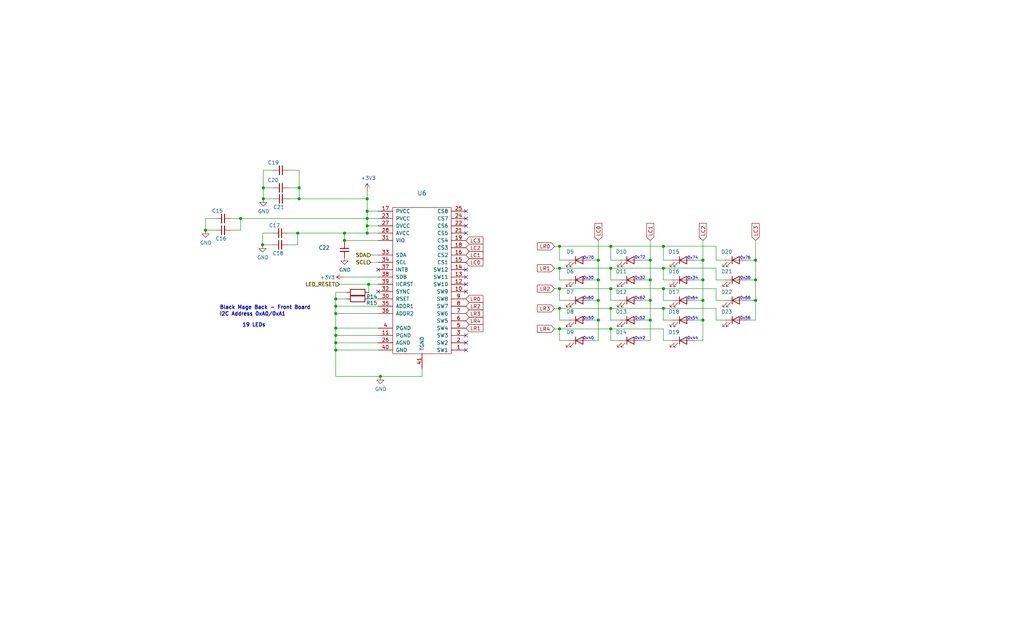
<source format=kicad_sch>
(kicad_sch (version 20211123) (generator eeschema)
  (paper "USLegal")
  (title_block (title "DC801 Badge - BM") (date "2022-09-11") (rev "1.1") (company "DC801") (comment 1 "codename purplewizard") (comment 4 "@hamster and the dc801 badge team"))
  (lib_symbols
    (symbol "Device:C_Small" (pin_numbers hide) (pin_names (offset 0.254) hide)
      (property "Reference" "C" (at 0.254 1.778 0))
      (property "Value" "C_Small" (at 0.254 -2.032 0))
      (symbol "C_Small_0_1"
        (polyline (pts (xy -1.524 -0.508) (xy 1.524 -0.508)) (stroke (width 0.3302)))
        (polyline (pts (xy -1.524 0.508) (xy 1.524 0.508)) (stroke (width 0.3048)))
      )
      (symbol "C_Small_1_1"
        (pin passive line (at 0 2.54 270) (length 2.032) (name "~") (number "1"))
        (pin passive line (at 0 -2.54 90) (length 2.032) (name "~") (number "2"))
      )
    )
    (symbol "Device:LED" (pin_numbers hide) (pin_names (offset 1.016) hide)
      (property "Reference" "D" (at 0 2.54 0))
      (property "Value" "LED" (at 0 -2.54 0))
      (symbol "LED_0_1"
        (polyline (pts (xy -1.27 -1.27) (xy -1.27 1.27)) (stroke (width 0.254)))
        (polyline (pts (xy -1.27 0) (xy 1.27 0)))
        (polyline (pts (xy 1.27 -1.27) (xy 1.27 1.27) (xy -1.27 0) (xy 1.27 -1.27)) (stroke (width 0.254)))
        (polyline (pts (xy -3.048 -0.762) (xy -4.572 -2.286) (xy -3.81 -2.286) (xy -4.572 -2.286) (xy -4.572 -1.524)))
        (polyline (pts (xy -1.778 -0.762) (xy -3.302 -2.286) (xy -2.54 -2.286) (xy -3.302 -2.286) (xy -3.302 -1.524)))
      )
      (symbol "LED_1_1"
        (pin passive line (at -3.81 0 0) (length 2.54) (name "K") (number "1"))
        (pin passive line (at 3.81 0 180) (length 2.54) (name "A") (number "2"))
      )
    )
    (symbol "Device:R" (pin_numbers hide) (pin_names (offset 0))
      (property "Reference" "R" (at 2.032 0 90))
      (property "Value" "R" (at 0 0 90))
      (symbol "R_0_1"
        (rectangle (start -1.016 -2.54) (end 1.016 2.54) (stroke (width 0.254)))
      )
      (symbol "R_1_1"
        (pin passive line (at 0 3.81 270) (length 1.27) (name "~") (number "1"))
        (pin passive line (at 0 -3.81 90) (length 1.27) (name "~") (number "2"))
      )
    )
    (symbol "is31fl3736:IS31FL3736" (pin_names (offset 1.016))
      (property "Reference" "U" (at -7.62 26.67 0))
      (property "Value" "IS31FL3736" (at 0 0 90))
      (symbol "IS31FL3736_0_1"
        (rectangle (start -10.16 25.4) (end 10.16 -25.4))
      )
      (symbol "IS31FL3736_1_1"
        (pin output line (at 15.24 -24.13 180) (length 5.08) (name "SW1") (number "1"))
        (pin output line (at 15.24 -3.81 180) (length 5.08) (name "SW9") (number "10"))
        (pin power_in line (at -15.24 -19.05 0) (length 5.08) (name "PGND") (number "11"))
        (pin output line (at 15.24 -1.27 180) (length 5.08) (name "SW10") (number "12"))
        (pin output line (at 15.24 1.27 180) (length 5.08) (name "SW11") (number "13"))
        (pin output line (at 15.24 3.81 180) (length 5.08) (name "SW12") (number "14"))
        (pin output line (at 15.24 6.35 180) (length 5.08) (name "CS1") (number "15"))
        (pin output line (at 15.24 8.89 180) (length 5.08) (name "CS2") (number "16"))
        (pin power_in line (at -15.24 24.13 0) (length 5.08) (name "PVCC") (number "17"))
        (pin output line (at 15.24 11.43 180) (length 5.08) (name "CS3") (number "18"))
        (pin output line (at 15.24 13.97 180) (length 5.08) (name "CS4") (number "19"))
        (pin output line (at 15.24 -21.59 180) (length 5.08) (name "SW2") (number "2"))
        (pin output line (at 15.24 16.51 180) (length 5.08) (name "CS5") (number "21"))
        (pin output line (at 15.24 19.05 180) (length 5.08) (name "CS6") (number "22"))
        (pin power_in line (at -15.24 21.59 0) (length 5.08) (name "PVCC") (number "23"))
        (pin output line (at 15.24 21.59 180) (length 5.08) (name "CS7") (number "24"))
        (pin output line (at 15.24 24.13 180) (length 5.08) (name "CS8") (number "25"))
        (pin power_in line (at -15.24 -21.59 0) (length 5.08) (name "AGND") (number "26"))
        (pin power_in line (at -15.24 19.05 0) (length 5.08) (name "DVCC") (number "27"))
        (pin power_in line (at -15.24 16.51 0) (length 5.08) (name "AVCC") (number "28"))
        (pin output line (at 15.24 -19.05 180) (length 5.08) (name "SW3") (number "3"))
        (pin input line (at -15.24 -6.35 0) (length 5.08) (name "RSET") (number "30"))
        (pin power_in line (at -15.24 13.97 0) (length 5.08) (name "VIO") (number "31"))
        (pin bidirectional line (at -15.24 -3.81 0) (length 5.08) (name "SYNC") (number "32"))
        (pin bidirectional line (at -15.24 8.89 0) (length 5.08) (name "SDA") (number "33"))
        (pin bidirectional line (at -15.24 6.35 0) (length 5.08) (name "SCL") (number "34"))
        (pin input line (at -15.24 -8.89 0) (length 5.08) (name "ADDR1") (number "35"))
        (pin input line (at -15.24 -11.43 0) (length 5.08) (name "ADDR2") (number "36"))
        (pin output line (at -15.24 3.81 0) (length 5.08) (name "INTB") (number "37"))
        (pin input line (at -15.24 1.27 0) (length 5.08) (name "SDB") (number "38"))
        (pin input line (at -15.24 -1.27 0) (length 5.08) (name "IICRST") (number "39"))
        (pin power_in line (at -15.24 -16.51 0) (length 5.08) (name "PGND") (number "4"))
        (pin power_in line (at -15.24 -24.13 0) (length 5.08) (name "GND") (number "40"))
        (pin bidirectional line (at 0 -30.48 90) (length 5.08) (name "TGND") (number "41"))
        (pin output line (at 15.24 -16.51 180) (length 5.08) (name "SW4") (number "5"))
        (pin output line (at 15.24 -13.97 180) (length 5.08) (name "SW5") (number "6"))
        (pin output line (at 15.24 -11.43 180) (length 5.08) (name "SW6") (number "7"))
        (pin output line (at 15.24 -8.89 180) (length 5.08) (name "SW7") (number "8"))
        (pin output line (at 15.24 -6.35 180) (length 5.08) (name "SW8") (number "9"))
      )
    )
    (symbol "power:+3.3V" (power) (pin_names (offset 0))
      (property "Value" "+3.3V" (at 0 3.556 0))
      (symbol "+3.3V_0_1"
        (polyline (pts (xy -0.762 1.27) (xy 0 2.54)))
        (polyline (pts (xy 0 0) (xy 0 2.54)))
        (polyline (pts (xy 0 2.54) (xy 0.762 1.27)))
      )
      (symbol "+3.3V_1_1"
        (pin power_in line (at 0 0 90) (length 0) hide (name "+3V3") (number "1"))
      )
    )
    (symbol "power:GND" (power) (pin_names (offset 0))
      (property "Value" "GND" (at 0 -3.81 0))
      (symbol "GND_0_1"
        (polyline (pts (xy 0 0) (xy 0 -1.27) (xy 1.27 -1.27) (xy 0 -2.54) (xy -1.27 -1.27) (xy 0 -1.27)))
      )
      (symbol "GND_1_1"
        (pin power_in line (at 0 0 270) (length 0) hide (name "GND") (number "1"))
      )
    )
  )
  (junction (at 127.508 75.946))
  (junction (at 91.44 69.088))
  (junction (at 128.016 98.806))
  (junction (at 116.586 121.666))
  (junction (at 119.634 81.026))
  (junction (at 116.586 119.126))
  (junction (at 119.634 83.566))
  (junction (at 127.508 73.406))
  (junction (at 127.508 81.026))
  (junction (at 212.09 85.598))
  (junction (at 230.378 93.218))
  (junction (at 116.586 114.046))
  (junction (at 194.31 100.33))
  (junction (at 91.44 65.278))
  (junction (at 262.382 90.424))
  (junction (at 103.886 69.088))
  (junction (at 207.772 97.282))
  (junction (at 116.586 103.886))
  (junction (at 103.886 65.278))
  (junction (at 207.772 111.252))
  (junction (at 116.586 108.966))
  (junction (at 132.08 130.81))
  (junction (at 244.094 104.394))
  (junction (at 230.378 85.598))
  (junction (at 127.508 78.486))
  (junction (at 116.586 116.586))
  (junction (at 103.378 81.026))
  (junction (at 71.374 80.01))
  (junction (at 244.094 90.424))
  (junction (at 83.566 75.946))
  (junction (at 262.382 97.282))
  (junction (at 225.806 90.424))
  (junction (at 230.378 107.188))
  (junction (at 225.806 97.282))
  (junction (at 116.586 106.426))
  (junction (at 207.772 90.424))
  (junction (at 262.382 104.394))
  (junction (at 212.09 93.218))
  (junction (at 194.31 107.188))
  (junction (at 212.09 100.33))
  (junction (at 194.31 93.218))
  (junction (at 207.772 104.394))
  (junction (at 194.31 114.3))
  (junction (at 91.186 85.09))
  (junction (at 212.09 114.3))
  (junction (at 212.09 107.188))
  (junction (at 194.31 85.598))
  (junction (at 127.508 69.088))
  (junction (at 230.378 100.33))
  (junction (at 244.094 97.282))
  (junction (at 225.806 111.252))
  (junction (at 225.806 104.394))
  (junction (at 244.094 111.252))
  (no_connect (at 161.798 119.126))
  (no_connect (at 161.798 78.486))
  (no_connect (at 161.798 93.726))
  (no_connect (at 161.798 75.946))
  (no_connect (at 161.798 121.666))
  (no_connect (at 131.318 93.726))
  (no_connect (at 161.798 96.266))
  (no_connect (at 161.798 81.026))
  (no_connect (at 131.318 101.346))
  (no_connect (at 161.798 73.406))
  (no_connect (at 161.798 101.346))
  (no_connect (at 161.798 98.806))
  (no_connect (at 161.798 116.586))
  (wire (pts (xy 116.586 103.886) (xy 116.586 106.426)))
  (wire (pts (xy 80.01 80.01) (xy 83.566 80.01)))
  (wire (pts (xy 222.758 118.364) (xy 225.806 118.364)))
  (wire (pts (xy 212.09 100.33) (xy 230.378 100.33)))
  (wire (pts (xy 194.31 111.252) (xy 194.31 107.188)))
  (wire (pts (xy 74.93 80.01) (xy 71.374 80.01)))
  (wire (pts (xy 100.076 65.278) (xy 103.886 65.278)))
  (wire (pts (xy 230.378 85.598) (xy 248.666 85.598)))
  (wire (pts (xy 197.358 111.252) (xy 194.31 111.252)))
  (wire (pts (xy 192.532 100.33) (xy 194.31 100.33)))
  (wire (pts (xy 132.08 130.81) (xy 116.586 130.81)))
  (wire (pts (xy 225.806 97.282) (xy 225.806 90.424)))
  (wire (pts (xy 194.31 104.394) (xy 194.31 100.33)))
  (wire (pts (xy 119.38 96.266) (xy 131.318 96.266)))
  (wire (pts (xy 192.532 85.598) (xy 194.31 85.598)))
  (wire (pts (xy 100.076 69.088) (xy 103.886 69.088)))
  (wire (pts (xy 212.09 114.3) (xy 230.378 114.3)))
  (wire (pts (xy 100.076 59.182) (xy 103.886 59.182)))
  (wire (pts (xy 222.758 104.394) (xy 225.806 104.394)))
  (wire (pts (xy 225.806 104.394) (xy 225.806 97.282)))
  (wire (pts (xy 212.09 107.188) (xy 230.378 107.188)))
  (wire (pts (xy 103.378 81.026) (xy 99.822 81.026)))
  (wire (pts (xy 131.318 114.046) (xy 116.586 114.046)))
  (wire (pts (xy 251.714 104.394) (xy 248.666 104.394)))
  (wire (pts (xy 119.634 83.566) (xy 119.634 81.026)))
  (wire (pts (xy 127.508 81.026) (xy 119.634 81.026)))
  (wire (pts (xy 212.09 111.252) (xy 212.09 107.188)))
  (wire (pts (xy 119.634 84.328) (xy 119.634 83.566)))
  (wire (pts (xy 222.758 111.252) (xy 225.806 111.252)))
  (wire (pts (xy 91.186 81.026) (xy 91.186 85.09)))
  (wire (pts (xy 194.31 90.424) (xy 194.31 85.598)))
  (wire (pts (xy 194.31 100.33) (xy 212.09 100.33)))
  (wire (pts (xy 215.138 90.424) (xy 212.09 90.424)))
  (wire (pts (xy 131.318 108.966) (xy 116.586 108.966)))
  (wire (pts (xy 83.566 75.946) (xy 127.508 75.946)))
  (wire (pts (xy 116.586 114.046) (xy 116.586 108.966)))
  (wire (pts (xy 116.586 108.966) (xy 116.586 106.426)))
  (wire (pts (xy 212.09 85.598) (xy 230.378 85.598)))
  (wire (pts (xy 127.508 75.946) (xy 131.318 75.946)))
  (wire (pts (xy 131.318 81.026) (xy 127.508 81.026)))
  (wire (pts (xy 262.382 90.424) (xy 259.334 90.424)))
  (wire (pts (xy 241.046 104.394) (xy 244.094 104.394)))
  (wire (pts (xy 116.586 119.126) (xy 116.586 116.586)))
  (wire (pts (xy 225.806 111.252) (xy 225.806 104.394)))
  (wire (pts (xy 259.334 111.252) (xy 262.382 111.252)))
  (wire (pts (xy 131.318 116.586) (xy 116.586 116.586)))
  (wire (pts (xy 248.666 97.282) (xy 248.666 93.218)))
  (wire (pts (xy 128.016 98.806) (xy 131.318 98.806)))
  (wire (pts (xy 131.318 106.426) (xy 116.586 106.426)))
  (wire (pts (xy 207.772 97.282) (xy 207.772 90.424)))
  (wire (pts (xy 103.886 69.088) (xy 103.886 65.278)))
  (wire (pts (xy 230.378 97.282) (xy 230.378 93.218)))
  (wire (pts (xy 119.634 83.566) (xy 131.318 83.566)))
  (wire (pts (xy 128.778 91.186) (xy 131.318 91.186)))
  (wire (pts (xy 131.318 121.666) (xy 116.586 121.666)))
  (wire (pts (xy 116.586 130.81) (xy 116.586 121.666)))
  (wire (pts (xy 215.138 118.364) (xy 212.09 118.364)))
  (wire (pts (xy 215.138 111.252) (xy 212.09 111.252)))
  (wire (pts (xy 230.378 90.424) (xy 230.378 85.598)))
  (wire (pts (xy 194.31 97.282) (xy 194.31 93.218)))
  (wire (pts (xy 127.508 75.946) (xy 127.508 78.486)))
  (wire (pts (xy 103.886 69.088) (xy 127.508 69.088)))
  (wire (pts (xy 230.378 118.364) (xy 230.378 114.3)))
  (wire (pts (xy 127.508 81.026) (xy 127.508 78.486)))
  (wire (pts (xy 91.44 59.182) (xy 91.44 65.278)))
  (wire (pts (xy 212.09 97.282) (xy 212.09 93.218)))
  (wire (pts (xy 244.094 83.566) (xy 244.094 90.424)))
  (wire (pts (xy 103.886 59.182) (xy 103.886 65.278)))
  (wire (pts (xy 207.772 104.394) (xy 207.772 97.282)))
  (wire (pts (xy 94.742 85.09) (xy 91.186 85.09)))
  (wire (pts (xy 225.806 118.364) (xy 225.806 111.252)))
  (wire (pts (xy 128.016 98.806) (xy 128.016 101.6)))
  (wire (pts (xy 128.778 88.646) (xy 131.318 88.646)))
  (wire (pts (xy 71.374 75.946) (xy 71.374 80.01)))
  (wire (pts (xy 230.378 93.218) (xy 248.666 93.218)))
  (wire (pts (xy 197.358 104.394) (xy 194.31 104.394)))
  (wire (pts (xy 230.378 111.252) (xy 230.378 107.188)))
  (wire (pts (xy 244.094 118.364) (xy 244.094 111.252)))
  (wire (pts (xy 94.742 81.026) (xy 91.186 81.026)))
  (wire (pts (xy 116.586 103.886) (xy 120.396 103.886)))
  (wire (pts (xy 99.822 85.09) (xy 103.378 85.09)))
  (wire (pts (xy 103.378 85.09) (xy 103.378 81.026)))
  (wire (pts (xy 83.566 80.01) (xy 83.566 75.946)))
  (wire (pts (xy 212.09 118.364) (xy 212.09 114.3)))
  (wire (pts (xy 207.772 118.364) (xy 207.772 111.252)))
  (wire (pts (xy 194.31 93.218) (xy 212.09 93.218)))
  (wire (pts (xy 146.558 130.81) (xy 132.08 130.81)))
  (wire (pts (xy 230.378 104.394) (xy 230.378 100.33)))
  (wire (pts (xy 262.382 111.252) (xy 262.382 104.394)))
  (wire (pts (xy 251.714 90.424) (xy 248.666 90.424)))
  (wire (pts (xy 197.358 90.424) (xy 194.31 90.424)))
  (wire (pts (xy 207.772 83.566) (xy 207.772 90.424)))
  (wire (pts (xy 204.978 118.364) (xy 207.772 118.364)))
  (wire (pts (xy 244.094 111.252) (xy 244.094 104.394)))
  (wire (pts (xy 204.978 97.282) (xy 207.772 97.282)))
  (wire (pts (xy 244.094 90.424) (xy 241.046 90.424)))
  (wire (pts (xy 128.016 103.886) (xy 131.318 103.886)))
  (wire (pts (xy 248.666 90.424) (xy 248.666 85.598)))
  (wire (pts (xy 207.772 111.252) (xy 207.772 104.394)))
  (wire (pts (xy 116.586 121.666) (xy 116.586 119.126)))
  (wire (pts (xy 241.046 118.364) (xy 244.094 118.364)))
  (wire (pts (xy 244.094 104.394) (xy 244.094 97.282)))
  (wire (pts (xy 204.978 104.394) (xy 207.772 104.394)))
  (wire (pts (xy 251.714 97.282) (xy 248.666 97.282)))
  (wire (pts (xy 146.558 128.016) (xy 146.558 130.81)))
  (wire (pts (xy 127.508 73.406) (xy 131.318 73.406)))
  (wire (pts (xy 215.138 104.394) (xy 212.09 104.394)))
  (wire (pts (xy 233.426 97.282) (xy 230.378 97.282)))
  (wire (pts (xy 127.508 78.486) (xy 131.318 78.486)))
  (wire (pts (xy 244.094 97.282) (xy 244.094 90.424)))
  (wire (pts (xy 194.31 118.364) (xy 194.31 114.3)))
  (wire (pts (xy 225.806 83.566) (xy 225.806 90.424)))
  (wire (pts (xy 192.532 114.3) (xy 194.31 114.3)))
  (wire (pts (xy 127.508 66.294) (xy 127.508 69.088)))
  (wire (pts (xy 197.358 118.364) (xy 194.31 118.364)))
  (wire (pts (xy 262.382 97.282) (xy 262.382 90.424)))
  (wire (pts (xy 131.318 119.126) (xy 116.586 119.126)))
  (wire (pts (xy 248.666 111.252) (xy 248.666 107.188)))
  (wire (pts (xy 194.31 114.3) (xy 212.09 114.3)))
  (wire (pts (xy 233.426 90.424) (xy 230.378 90.424)))
  (wire (pts (xy 204.978 111.252) (xy 207.772 111.252)))
  (wire (pts (xy 197.358 97.282) (xy 194.31 97.282)))
  (wire (pts (xy 212.09 90.424) (xy 212.09 85.598)))
  (wire (pts (xy 192.532 107.188) (xy 194.31 107.188)))
  (wire (pts (xy 192.532 93.218) (xy 194.31 93.218)))
  (wire (pts (xy 212.09 93.218) (xy 230.378 93.218)))
  (wire (pts (xy 120.396 101.6) (xy 116.586 101.6)))
  (wire (pts (xy 116.586 116.586) (xy 116.586 114.046)))
  (wire (pts (xy 94.996 69.088) (xy 91.44 69.088)))
  (wire (pts (xy 233.426 111.252) (xy 230.378 111.252)))
  (wire (pts (xy 212.09 104.394) (xy 212.09 100.33)))
  (wire (pts (xy 262.382 83.566) (xy 262.382 90.424)))
  (wire (pts (xy 94.996 59.182) (xy 91.44 59.182)))
  (wire (pts (xy 94.996 65.278) (xy 91.44 65.278)))
  (wire (pts (xy 230.378 100.33) (xy 248.666 100.33)))
  (wire (pts (xy 230.378 107.188) (xy 248.666 107.188)))
  (wire (pts (xy 194.31 107.188) (xy 212.09 107.188)))
  (wire (pts (xy 248.666 104.394) (xy 248.666 100.33)))
  (wire (pts (xy 194.31 85.598) (xy 212.09 85.598)))
  (wire (pts (xy 127.508 73.406) (xy 127.508 75.946)))
  (wire (pts (xy 233.426 118.364) (xy 230.378 118.364)))
  (wire (pts (xy 241.046 97.282) (xy 244.094 97.282)))
  (wire (pts (xy 119.634 81.026) (xy 103.378 81.026)))
  (wire (pts (xy 207.772 90.424) (xy 204.978 90.424)))
  (wire (pts (xy 83.566 75.946) (xy 80.01 75.946)))
  (wire (pts (xy 233.426 104.394) (xy 230.378 104.394)))
  (wire (pts (xy 262.382 104.394) (xy 262.382 97.282)))
  (wire (pts (xy 127.508 69.088) (xy 127.508 73.406)))
  (wire (pts (xy 74.93 75.946) (xy 71.374 75.946)))
  (wire (pts (xy 215.138 97.282) (xy 212.09 97.282)))
  (wire (pts (xy 222.758 97.282) (xy 225.806 97.282)))
  (wire (pts (xy 241.046 111.252) (xy 244.094 111.252)))
  (wire (pts (xy 116.586 101.6) (xy 116.586 103.886)))
  (wire (pts (xy 128.016 98.806) (xy 117.856 98.806)))
  (wire (pts (xy 251.714 111.252) (xy 248.666 111.252)))
  (wire (pts (xy 225.806 90.424) (xy 222.758 90.424)))
  (wire (pts (xy 259.334 97.282) (xy 262.382 97.282)))
  (wire (pts (xy 91.44 65.278) (xy 91.44 69.088)))
  (wire (pts (xy 259.334 104.394) (xy 262.382 104.394)))
  (text "0x72" (at 220.345 90.17 0) (effects (font (size 0.9906 0.9906)) (justify left bottom)))
  (text "0x70" (at 202.438 90.297 0) (effects (font (size 0.9906 0.9906)) (justify left bottom)))
  (text "0x62" (at 220.345 104.267 0) (effects (font (size 0.9906 0.9906)) (justify left bottom)))
  (text "0x40" (at 202.438 118.237 0) (effects (font (size 0.9906 0.9906)) (justify left bottom)))
  (text "0x64" (at 238.633 104.267 0) (effects (font (size 0.9906 0.9906)) (justify left bottom)))
  (text "I2C Address 0xA0/0xA1" (at 76.2 109.982 0) (effects (font (size 1.27 1.27) (thickness 0.254) bold) (justify left bottom)))
  (text "19 LEDs" (at 84.074 113.792 0) (effects (font (size 1.27 1.27) (thickness 0.254) bold) (justify left bottom)))
  (text "Black Mage Back - Front Board" (at 76.2 107.696 0) (effects (font (size 1.27 1.27) (thickness 0.254) bold) (justify left bottom)))
  (text "0x42" (at 220.345 118.237 0) (effects (font (size 0.9906 0.9906)) (justify left bottom)))
  (text "0x30" (at 202.438 97.282 0) (effects (font (size 0.9906 0.9906)) (justify left bottom)))
  (text "0x76" (at 256.921 90.297 0) (effects (font (size 0.9906 0.9906)) (justify left bottom)))
  (text "0x34" (at 238.633 97.282 0) (effects (font (size 0.9906 0.9906)) (justify left bottom)))
  (text "0x74" (at 238.633 90.297 0) (effects (font (size 0.9906 0.9906)) (justify left bottom)))
  (text "0x66" (at 256.921 104.267 0) (effects (font (size 0.9906 0.9906)) (justify left bottom)))
  (text "0x32" (at 220.345 97.282 0) (effects (font (size 0.9906 0.9906)) (justify left bottom)))
  (text "0x54" (at 238.633 111.252 0) (effects (font (size 0.9906 0.9906)) (justify left bottom)))
  (text "0x60" (at 202.438 104.267 0) (effects (font (size 0.9906 0.9906)) (justify left bottom)))
  (text "0x56" (at 256.921 111.252 0) (effects (font (size 0.9906 0.9906)) (justify left bottom)))
  (text "0x52" (at 220.345 111.252 0) (effects (font (size 0.9906 0.9906)) (justify left bottom)))
  (text "0x36" (at 256.921 97.282 0) (effects (font (size 0.9906 0.9906)) (justify left bottom)))
  (text "0x44" (at 238.633 118.237 0) (effects (font (size 0.9906 0.9906)) (justify left bottom)))
  (text "0x50" (at 202.438 111.252 0) (effects (font (size 0.9906 0.9906)) (justify left bottom)))
  (global_label "LR1" (shape input) (at 192.532 93.218 180) (property "Intersheet References" "${INTERSHEET_REFS}" (effects hide)))
  (global_label "LC1" (shape input) (at 225.806 83.566 90) (property "Intersheet References" "${INTERSHEET_REFS}" (effects hide)))
  (global_label "LR3" (shape input) (at 192.532 107.188 180) (property "Intersheet References" "${INTERSHEET_REFS}" (effects hide)))
  (global_label "LC3" (shape input) (at 161.798 83.566 0) (property "Intersheet References" "${INTERSHEET_REFS}" (effects hide)))
  (global_label "LC3" (shape input) (at 262.382 83.566 90) (property "Intersheet References" "${INTERSHEET_REFS}" (effects hide)))
  (global_label "LR0" (shape input) (at 161.798 103.886 0) (property "Intersheet References" "${INTERSHEET_REFS}" (effects hide)))
  (global_label "LR4" (shape input) (at 161.798 111.506 0) (property "Intersheet References" "${INTERSHEET_REFS}" (effects hide)))
  (global_label "LC1" (shape input) (at 161.798 88.646 0) (property "Intersheet References" "${INTERSHEET_REFS}" (effects hide)))
  (global_label "LC0" (shape input) (at 207.772 83.566 90) (property "Intersheet References" "${INTERSHEET_REFS}" (effects hide)))
  (global_label "LR2" (shape input) (at 161.798 106.426 0) (property "Intersheet References" "${INTERSHEET_REFS}" (effects hide)))
  (global_label "LC2" (shape input) (at 244.094 83.566 90) (property "Intersheet References" "${INTERSHEET_REFS}" (effects hide)))
  (global_label "LR2" (shape input) (at 192.532 100.33 180) (property "Intersheet References" "${INTERSHEET_REFS}" (effects hide)))
  (global_label "LR1" (shape input) (at 161.798 114.046 0) (property "Intersheet References" "${INTERSHEET_REFS}" (effects hide)))
  (global_label "LR3" (shape input) (at 161.798 108.966 0) (property "Intersheet References" "${INTERSHEET_REFS}" (effects hide)))
  (global_label "LR4" (shape input) (at 192.532 114.3 180) (property "Intersheet References" "${INTERSHEET_REFS}" (effects hide)))
  (global_label "LC0" (shape input) (at 161.798 91.186 0) (property "Intersheet References" "${INTERSHEET_REFS}" (effects hide)))
  (global_label "LR0" (shape input) (at 192.532 85.598 180) (property "Intersheet References" "${INTERSHEET_REFS}" (effects hide)))
  (global_label "LC2" (shape input) (at 161.798 86.106 0) (property "Intersheet References" "${INTERSHEET_REFS}" (effects hide)))
  (hierarchical_label "SCL" (shape input) (at 128.778 91.186 180) (effects (font (thickness 0.254) bold)))
  (hierarchical_label "LED_RESET" (shape input) (at 117.856 98.806 180) (effects (font (thickness 0.254) bold)))
  (hierarchical_label "SDA" (shape input) (at 128.778 88.646 180) (effects (font (thickness 0.254) bold)))
  (symbol (lib_id "is31fl3736:IS31FL3736") (at 146.558 97.536 0) (unit 1)
    (property "Reference" "U6" (at 146.558 67.1322 0) (effects (font (size 1.524 1.524))))
  )
  (symbol (lib_id "Device:R") (at 124.206 101.6 90) (unit 1)
    (property "Reference" "R14" (at 131.064 103.124 90) (effects (justify left)))
  )
  (symbol (lib_id "Device:R") (at 124.206 103.886 90) (unit 1)
    (property "Reference" "R15" (at 131.064 105.283 90) (effects (justify left)))
  )
  (symbol (lib_id "power:GND") (at 132.08 130.81 0) (unit 1)
    (property "Reference" "#PWR075" (effects hide))
  )
  (symbol (lib_id "power:+3.3V") (at 127.508 66.294 0) (unit 1)
    (property "Reference" "#PWR074" (effects hide))
  )
  (symbol (lib_id "power:GND") (at 119.634 89.408 0) (unit 1)
    (property "Reference" "#PWR073" (effects hide))
  )
  (symbol (lib_id "power:GND") (at 91.186 85.09 0) (unit 1)
    (property "Reference" "#PWR070" (effects hide))
  )
  (symbol (lib_id "Device:C_Small") (at 97.282 81.026 270) (mirror x) (unit 1)
    (property "Reference" "C17" (at 97.282 78.359 90) (effects (justify right)))
  )
  (symbol (lib_id "power:GND") (at 71.374 80.01 0) (unit 1)
    (property "Reference" "#PWR069" (effects hide))
  )
  (symbol (lib_id "Device:C_Small") (at 77.47 75.946 270) (mirror x) (unit 1)
    (property "Reference" "C15" (at 77.47 73.279 90) (effects (justify right)))
  )
  (symbol (lib_id "power:GND") (at 91.44 69.088 0) (unit 1)
    (property "Reference" "#PWR071" (effects hide))
  )
  (symbol (lib_id "Device:C_Small") (at 97.536 65.278 270) (mirror x) (unit 1)
    (property "Reference" "C20" (at 96.774 62.611 90) (effects (justify right)))
  )
  (symbol (lib_id "Device:C_Small") (at 97.536 59.182 270) (mirror x) (unit 1)
    (property "Reference" "C19" (at 96.901 56.515 90) (effects (justify right)))
  )
  (symbol (lib_id "power:+3.3V") (at 119.38 96.266 90) (unit 1)
    (property "Reference" "#PWR072" (effects hide))
  )
  (symbol (lib_id "Device:LED") (at 201.168 90.424 0) (unit 1)
    (property "Reference" "D5" (at 197.993 87.503 0))
  )
  (symbol (lib_id "Device:LED") (at 201.168 97.282 0) (unit 1)
    (property "Reference" "D6" (at 197.993 94.361 0))
  )
  (symbol (lib_id "Device:LED") (at 201.168 104.394 0) (unit 1)
    (property "Reference" "D7" (at 197.993 101.473 0))
  )
  (symbol (lib_id "Device:LED") (at 201.168 111.252 0) (unit 1)
    (property "Reference" "D8" (at 197.993 108.331 0))
  )
  (symbol (lib_id "Device:LED") (at 201.168 118.364 0) (unit 1)
    (property "Reference" "D9" (at 197.993 115.443 0))
  )
  (symbol (lib_id "Device:LED") (at 255.524 111.252 0) (unit 1)
    (property "Reference" "D23" (at 252.349 108.331 0))
  )
  (symbol (lib_id "Device:LED") (at 255.524 104.394 0) (unit 1)
    (property "Reference" "D22" (at 252.349 101.473 0))
  )
  (symbol (lib_id "Device:LED") (at 255.524 97.282 0) (unit 1)
    (property "Reference" "D21" (at 252.349 94.361 0))
  )
  (symbol (lib_id "Device:LED") (at 255.524 90.424 0) (unit 1)
    (property "Reference" "D20" (at 252.349 87.503 0))
  )
  (symbol (lib_id "Device:LED") (at 237.236 118.364 0) (unit 1)
    (property "Reference" "D19" (at 234.061 115.443 0))
  )
  (symbol (lib_id "Device:LED") (at 237.236 111.252 0) (unit 1)
    (property "Reference" "D18" (at 234.061 108.331 0))
  )
  (symbol (lib_id "Device:LED") (at 237.236 104.394 0) (unit 1)
    (property "Reference" "D17" (at 234.061 101.473 0))
  )
  (symbol (lib_id "Device:LED") (at 237.236 97.282 0) (unit 1)
    (property "Reference" "D16" (at 234.061 94.361 0))
  )
  (symbol (lib_id "Device:LED") (at 237.236 90.424 0) (unit 1)
    (property "Reference" "D15" (at 234.061 87.503 0))
  )
  (symbol (lib_id "Device:LED") (at 218.948 118.364 0) (unit 1)
    (property "Reference" "D14" (at 215.773 115.443 0))
  )
  (symbol (lib_id "Device:LED") (at 218.948 111.252 0) (unit 1)
    (property "Reference" "D13" (at 215.773 108.331 0))
  )
  (symbol (lib_id "Device:LED") (at 218.948 104.394 0) (unit 1)
    (property "Reference" "D12" (at 215.773 101.473 0))
  )
  (symbol (lib_id "Device:LED") (at 218.948 97.282 0) (unit 1)
    (property "Reference" "D11" (at 215.773 94.361 0))
  )
  (symbol (lib_id "Device:LED") (at 218.948 90.424 0) (unit 1)
    (property "Reference" "D10" (at 215.773 87.503 0))
  )
  (symbol (lib_id "Device:C_Small") (at 119.634 86.868 0) (mirror y) (unit 1)
    (property "Reference" "C22" (at 110.617 86.106 0) (effects (justify right)))
  )
  (symbol (lib_id "Device:C_Small") (at 77.47 80.01 90) (mirror x) (unit 1)
    (property "Reference" "C16" (at 74.803 82.931 90) (effects (justify right)))
  )
  (symbol (lib_id "Device:C_Small") (at 97.536 69.088 90) (mirror x) (unit 1)
    (property "Reference" "C21" (at 94.869 72.009 90) (effects (justify right)))
  )
  (symbol (lib_id "Device:C_Small") (at 97.282 85.09 90) (mirror x) (unit 1)
    (property "Reference" "C18" (at 94.615 88.011 90) (effects (justify right)))
  )
)
</source>
